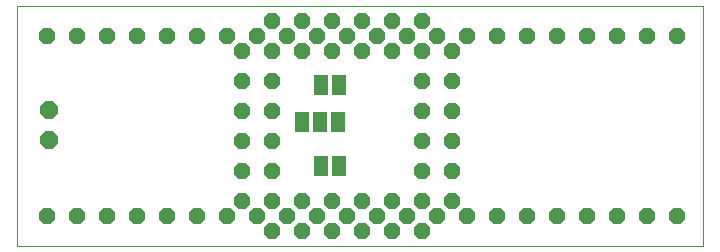
<source format=gbs>
G75*
%MOIN*%
%OFA0B0*%
%FSLAX25Y25*%
%IPPOS*%
%LPD*%
%AMOC8*
5,1,8,0,0,1.08239X$1,22.5*
%
%ADD10C,0.00000*%
%ADD11OC8,0.05600*%
%ADD12OC8,0.06000*%
%ADD13R,0.05000X0.06700*%
D10*
X0001000Y0001300D02*
X0001000Y0081261D01*
X0229701Y0081261D01*
X0229701Y0001300D01*
X0001000Y0001300D01*
D11*
X0011000Y0011300D03*
X0021000Y0011300D03*
X0031000Y0011300D03*
X0041000Y0011300D03*
X0051000Y0011300D03*
X0061000Y0011300D03*
X0071000Y0011300D03*
X0081000Y0011300D03*
X0091000Y0011300D03*
X0101000Y0011300D03*
X0111000Y0011300D03*
X0121000Y0011300D03*
X0131000Y0011300D03*
X0141000Y0011300D03*
X0151000Y0011300D03*
X0161000Y0011300D03*
X0171000Y0011300D03*
X0181000Y0011300D03*
X0191000Y0011300D03*
X0201000Y0011300D03*
X0211000Y0011300D03*
X0221000Y0011300D03*
X0146000Y0016300D03*
X0136000Y0016300D03*
X0126000Y0016300D03*
X0116000Y0016300D03*
X0106000Y0016300D03*
X0096000Y0016300D03*
X0086000Y0016300D03*
X0076000Y0016300D03*
X0076000Y0026300D03*
X0086000Y0026300D03*
X0086000Y0036300D03*
X0076000Y0036300D03*
X0076000Y0046300D03*
X0086000Y0046300D03*
X0086000Y0056300D03*
X0076000Y0056300D03*
X0076000Y0066300D03*
X0086000Y0066300D03*
X0096000Y0066300D03*
X0106000Y0066300D03*
X0116000Y0066300D03*
X0126000Y0066300D03*
X0136000Y0066300D03*
X0146000Y0066300D03*
X0141000Y0071300D03*
X0151000Y0071300D03*
X0161000Y0071300D03*
X0171000Y0071300D03*
X0181000Y0071300D03*
X0191000Y0071300D03*
X0201000Y0071300D03*
X0211000Y0071300D03*
X0221000Y0071300D03*
X0146000Y0056300D03*
X0136000Y0056300D03*
X0136000Y0046300D03*
X0146000Y0046300D03*
X0146000Y0036300D03*
X0136000Y0036300D03*
X0136000Y0026300D03*
X0146000Y0026300D03*
X0136000Y0006300D03*
X0126000Y0006300D03*
X0116000Y0006300D03*
X0106000Y0006300D03*
X0096000Y0006300D03*
X0086000Y0006300D03*
X0081000Y0071300D03*
X0091000Y0071300D03*
X0101000Y0071300D03*
X0111000Y0071300D03*
X0121000Y0071300D03*
X0131000Y0071300D03*
X0126000Y0076300D03*
X0116000Y0076300D03*
X0106000Y0076300D03*
X0096000Y0076300D03*
X0086000Y0076300D03*
X0071000Y0071300D03*
X0061000Y0071300D03*
X0051000Y0071300D03*
X0041000Y0071300D03*
X0031000Y0071300D03*
X0021000Y0071300D03*
X0011000Y0071300D03*
X0136000Y0076300D03*
D12*
X0011712Y0046475D03*
X0011712Y0036475D03*
D13*
X0095825Y0042588D03*
X0101825Y0042588D03*
X0107825Y0042588D03*
X0108162Y0054825D03*
X0102162Y0054825D03*
X0102162Y0028125D03*
X0108162Y0028125D03*
M02*

</source>
